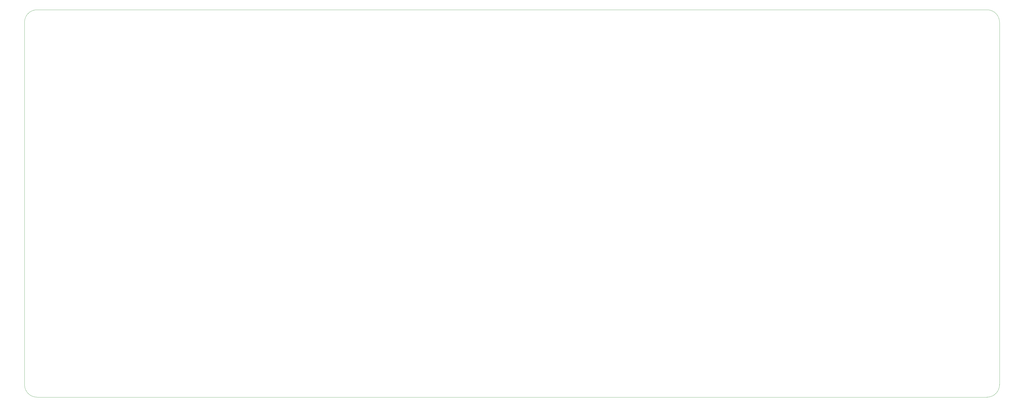
<source format=gm1>
G04 #@! TF.GenerationSoftware,KiCad,Pcbnew,(5.0.1)-4*
G04 #@! TF.CreationDate,2018-12-08T05:26:55-08:00*
G04 #@! TF.ProjectId,cbc1,636263312E6B696361645F7063620000,rev?*
G04 #@! TF.SameCoordinates,Original*
G04 #@! TF.FileFunction,Profile,NP*
%FSLAX46Y46*%
G04 Gerber Fmt 4.6, Leading zero omitted, Abs format (unit mm)*
G04 Created by KiCad (PCBNEW (5.0.1)-4) date 12/8/2018 5:26:55 AM*
%MOMM*%
%LPD*%
G01*
G04 APERTURE LIST*
%ADD10C,0.100000*%
G04 APERTURE END LIST*
D10*
X20000000Y-24762500D02*
X20000000Y-162875000D01*
X386712500Y-20000000D02*
X24762500Y-20000000D01*
X391475000Y-162875000D02*
X391475000Y-24762500D01*
X24762500Y-167637500D02*
X386712500Y-167637500D01*
X386712500Y-20000000D02*
G75*
G02X391475000Y-24762500I0J-4762500D01*
G01*
X391475000Y-162875000D02*
G75*
G02X386712500Y-167637500I-4762500J0D01*
G01*
X24762500Y-167637500D02*
G75*
G02X20000000Y-162875000I0J4762500D01*
G01*
X20000000Y-24762500D02*
G75*
G02X24762500Y-20000000I4762500J0D01*
G01*
M02*

</source>
